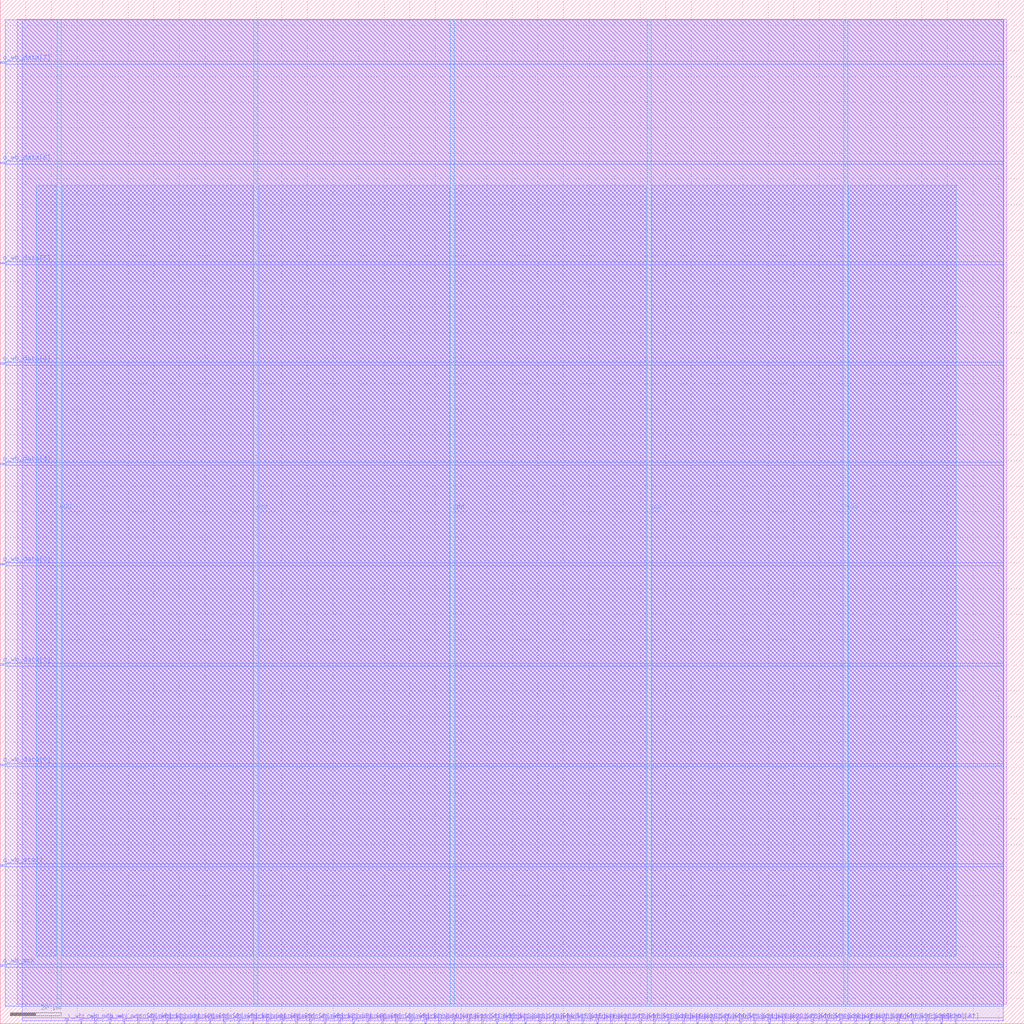
<source format=lef>
VERSION 5.7 ;
  NOWIREEXTENSIONATPIN ON ;
  DIVIDERCHAR "/" ;
  BUSBITCHARS "[]" ;
MACRO core_alu
  CLASS BLOCK ;
  FOREIGN core_alu ;
  ORIGIN 0.000 0.000 ;
  SIZE 400.000 BY 400.000 ;
  PIN clk
    DIRECTION INPUT ;
    USE SIGNAL ;
    ANTENNAGATEAREA 1.102000 ;
    ANTENNADIFFAREA 0.410400 ;
    PORT
      LAYER Metal2 ;
        RECT 367.360 0.000 367.920 2.000 ;
    END
  END clk
  PIN i_wb_addr[0]
    DIRECTION INPUT ;
    USE SIGNAL ;
    ANTENNAGATEAREA 0.741000 ;
    ANTENNADIFFAREA 0.410400 ;
    PORT
      LAYER Metal2 ;
        RECT 42.560 0.000 43.120 2.000 ;
    END
  END i_wb_addr[0]
  PIN i_wb_addr[10]
    DIRECTION INPUT ;
    USE SIGNAL ;
    ANTENNAGATEAREA 0.741000 ;
    ANTENNADIFFAREA 0.410400 ;
    PORT
      LAYER Metal2 ;
        RECT 154.560 0.000 155.120 2.000 ;
    END
  END i_wb_addr[10]
  PIN i_wb_addr[11]
    DIRECTION INPUT ;
    USE SIGNAL ;
    ANTENNAGATEAREA 0.741000 ;
    ANTENNADIFFAREA 0.410400 ;
    PORT
      LAYER Metal2 ;
        RECT 165.760 0.000 166.320 2.000 ;
    END
  END i_wb_addr[11]
  PIN i_wb_addr[12]
    DIRECTION INPUT ;
    USE SIGNAL ;
    ANTENNAGATEAREA 0.741000 ;
    ANTENNADIFFAREA 0.410400 ;
    PORT
      LAYER Metal2 ;
        RECT 176.960 0.000 177.520 2.000 ;
    END
  END i_wb_addr[12]
  PIN i_wb_addr[13]
    DIRECTION INPUT ;
    USE SIGNAL ;
    ANTENNAGATEAREA 0.741000 ;
    ANTENNADIFFAREA 0.410400 ;
    PORT
      LAYER Metal2 ;
        RECT 188.160 0.000 188.720 2.000 ;
    END
  END i_wb_addr[13]
  PIN i_wb_addr[14]
    DIRECTION INPUT ;
    USE SIGNAL ;
    ANTENNAGATEAREA 0.741000 ;
    ANTENNADIFFAREA 0.410400 ;
    PORT
      LAYER Metal2 ;
        RECT 199.360 0.000 199.920 2.000 ;
    END
  END i_wb_addr[14]
  PIN i_wb_addr[15]
    DIRECTION INPUT ;
    USE SIGNAL ;
    ANTENNAGATEAREA 0.741000 ;
    ANTENNADIFFAREA 0.410400 ;
    PORT
      LAYER Metal2 ;
        RECT 210.560 0.000 211.120 2.000 ;
    END
  END i_wb_addr[15]
  PIN i_wb_addr[16]
    DIRECTION INPUT ;
    USE SIGNAL ;
    ANTENNAGATEAREA 0.741000 ;
    ANTENNADIFFAREA 0.410400 ;
    PORT
      LAYER Metal2 ;
        RECT 221.760 0.000 222.320 2.000 ;
    END
  END i_wb_addr[16]
  PIN i_wb_addr[17]
    DIRECTION INPUT ;
    USE SIGNAL ;
    ANTENNAGATEAREA 0.741000 ;
    ANTENNADIFFAREA 0.410400 ;
    PORT
      LAYER Metal2 ;
        RECT 232.960 0.000 233.520 2.000 ;
    END
  END i_wb_addr[17]
  PIN i_wb_addr[18]
    DIRECTION INPUT ;
    USE SIGNAL ;
    ANTENNAGATEAREA 0.741000 ;
    ANTENNADIFFAREA 0.410400 ;
    PORT
      LAYER Metal2 ;
        RECT 244.160 0.000 244.720 2.000 ;
    END
  END i_wb_addr[18]
  PIN i_wb_addr[19]
    DIRECTION INPUT ;
    USE SIGNAL ;
    ANTENNAGATEAREA 0.741000 ;
    ANTENNADIFFAREA 0.410400 ;
    PORT
      LAYER Metal2 ;
        RECT 255.360 0.000 255.920 2.000 ;
    END
  END i_wb_addr[19]
  PIN i_wb_addr[1]
    DIRECTION INPUT ;
    USE SIGNAL ;
    ANTENNAGATEAREA 0.741000 ;
    ANTENNADIFFAREA 0.410400 ;
    PORT
      LAYER Metal2 ;
        RECT 53.760 0.000 54.320 2.000 ;
    END
  END i_wb_addr[1]
  PIN i_wb_addr[20]
    DIRECTION INPUT ;
    USE SIGNAL ;
    ANTENNAGATEAREA 0.741000 ;
    ANTENNADIFFAREA 0.410400 ;
    PORT
      LAYER Metal2 ;
        RECT 266.560 0.000 267.120 2.000 ;
    END
  END i_wb_addr[20]
  PIN i_wb_addr[21]
    DIRECTION INPUT ;
    USE SIGNAL ;
    ANTENNAGATEAREA 0.741000 ;
    ANTENNADIFFAREA 0.410400 ;
    PORT
      LAYER Metal2 ;
        RECT 277.760 0.000 278.320 2.000 ;
    END
  END i_wb_addr[21]
  PIN i_wb_addr[22]
    DIRECTION INPUT ;
    USE SIGNAL ;
    ANTENNAGATEAREA 0.741000 ;
    ANTENNADIFFAREA 0.410400 ;
    PORT
      LAYER Metal2 ;
        RECT 288.960 0.000 289.520 2.000 ;
    END
  END i_wb_addr[22]
  PIN i_wb_addr[23]
    DIRECTION INPUT ;
    USE SIGNAL ;
    ANTENNAGATEAREA 0.741000 ;
    ANTENNADIFFAREA 0.410400 ;
    PORT
      LAYER Metal2 ;
        RECT 300.160 0.000 300.720 2.000 ;
    END
  END i_wb_addr[23]
  PIN i_wb_addr[24]
    DIRECTION INPUT ;
    USE SIGNAL ;
    ANTENNAGATEAREA 0.741000 ;
    ANTENNADIFFAREA 0.410400 ;
    PORT
      LAYER Metal2 ;
        RECT 311.360 0.000 311.920 2.000 ;
    END
  END i_wb_addr[24]
  PIN i_wb_addr[25]
    DIRECTION INPUT ;
    USE SIGNAL ;
    ANTENNAGATEAREA 0.741000 ;
    ANTENNADIFFAREA 0.410400 ;
    PORT
      LAYER Metal2 ;
        RECT 322.560 0.000 323.120 2.000 ;
    END
  END i_wb_addr[25]
  PIN i_wb_addr[26]
    DIRECTION INPUT ;
    USE SIGNAL ;
    ANTENNAGATEAREA 0.741000 ;
    ANTENNADIFFAREA 0.410400 ;
    PORT
      LAYER Metal2 ;
        RECT 333.760 0.000 334.320 2.000 ;
    END
  END i_wb_addr[26]
  PIN i_wb_addr[27]
    DIRECTION INPUT ;
    USE SIGNAL ;
    ANTENNAGATEAREA 0.741000 ;
    ANTENNADIFFAREA 0.410400 ;
    PORT
      LAYER Metal2 ;
        RECT 339.360 0.000 339.920 2.000 ;
    END
  END i_wb_addr[27]
  PIN i_wb_addr[28]
    DIRECTION INPUT ;
    USE SIGNAL ;
    ANTENNAGATEAREA 0.741000 ;
    ANTENNADIFFAREA 0.410400 ;
    PORT
      LAYER Metal2 ;
        RECT 344.960 0.000 345.520 2.000 ;
    END
  END i_wb_addr[28]
  PIN i_wb_addr[29]
    DIRECTION INPUT ;
    USE SIGNAL ;
    ANTENNAGATEAREA 0.741000 ;
    ANTENNADIFFAREA 0.410400 ;
    PORT
      LAYER Metal2 ;
        RECT 350.560 0.000 351.120 2.000 ;
    END
  END i_wb_addr[29]
  PIN i_wb_addr[2]
    DIRECTION INPUT ;
    USE SIGNAL ;
    ANTENNAGATEAREA 0.741000 ;
    ANTENNADIFFAREA 0.410400 ;
    PORT
      LAYER Metal2 ;
        RECT 64.960 0.000 65.520 2.000 ;
    END
  END i_wb_addr[2]
  PIN i_wb_addr[30]
    DIRECTION INPUT ;
    USE SIGNAL ;
    ANTENNAGATEAREA 0.741000 ;
    ANTENNADIFFAREA 0.410400 ;
    PORT
      LAYER Metal2 ;
        RECT 356.160 0.000 356.720 2.000 ;
    END
  END i_wb_addr[30]
  PIN i_wb_addr[31]
    DIRECTION INPUT ;
    USE SIGNAL ;
    ANTENNAGATEAREA 0.741000 ;
    ANTENNADIFFAREA 0.410400 ;
    PORT
      LAYER Metal2 ;
        RECT 361.760 0.000 362.320 2.000 ;
    END
  END i_wb_addr[31]
  PIN i_wb_addr[3]
    DIRECTION INPUT ;
    USE SIGNAL ;
    ANTENNAGATEAREA 0.741000 ;
    ANTENNADIFFAREA 0.410400 ;
    PORT
      LAYER Metal2 ;
        RECT 76.160 0.000 76.720 2.000 ;
    END
  END i_wb_addr[3]
  PIN i_wb_addr[4]
    DIRECTION INPUT ;
    USE SIGNAL ;
    ANTENNAGATEAREA 0.741000 ;
    ANTENNADIFFAREA 0.410400 ;
    PORT
      LAYER Metal2 ;
        RECT 87.360 0.000 87.920 2.000 ;
    END
  END i_wb_addr[4]
  PIN i_wb_addr[5]
    DIRECTION INPUT ;
    USE SIGNAL ;
    ANTENNAGATEAREA 0.741000 ;
    ANTENNADIFFAREA 0.410400 ;
    PORT
      LAYER Metal2 ;
        RECT 98.560 0.000 99.120 2.000 ;
    END
  END i_wb_addr[5]
  PIN i_wb_addr[6]
    DIRECTION INPUT ;
    USE SIGNAL ;
    ANTENNAGATEAREA 0.741000 ;
    ANTENNADIFFAREA 0.410400 ;
    PORT
      LAYER Metal2 ;
        RECT 109.760 0.000 110.320 2.000 ;
    END
  END i_wb_addr[6]
  PIN i_wb_addr[7]
    DIRECTION INPUT ;
    USE SIGNAL ;
    ANTENNAGATEAREA 0.741000 ;
    ANTENNADIFFAREA 0.410400 ;
    PORT
      LAYER Metal2 ;
        RECT 120.960 0.000 121.520 2.000 ;
    END
  END i_wb_addr[7]
  PIN i_wb_addr[8]
    DIRECTION INPUT ;
    USE SIGNAL ;
    ANTENNAGATEAREA 0.741000 ;
    ANTENNADIFFAREA 0.410400 ;
    PORT
      LAYER Metal2 ;
        RECT 132.160 0.000 132.720 2.000 ;
    END
  END i_wb_addr[8]
  PIN i_wb_addr[9]
    DIRECTION INPUT ;
    USE SIGNAL ;
    ANTENNAGATEAREA 0.741000 ;
    ANTENNADIFFAREA 0.410400 ;
    PORT
      LAYER Metal2 ;
        RECT 143.360 0.000 143.920 2.000 ;
    END
  END i_wb_addr[9]
  PIN i_wb_cyc
    DIRECTION INPUT ;
    USE SIGNAL ;
    ANTENNAGATEAREA 0.498500 ;
    ANTENNADIFFAREA 0.410400 ;
    PORT
      LAYER Metal2 ;
        RECT 25.760 0.000 26.320 2.000 ;
    END
  END i_wb_cyc
  PIN i_wb_data[0]
    DIRECTION INPUT ;
    USE SIGNAL ;
    ANTENNAGATEAREA 0.741000 ;
    ANTENNADIFFAREA 0.410400 ;
    PORT
      LAYER Metal2 ;
        RECT 48.160 0.000 48.720 2.000 ;
    END
  END i_wb_data[0]
  PIN i_wb_data[10]
    DIRECTION INPUT ;
    USE SIGNAL ;
    ANTENNAGATEAREA 0.741000 ;
    ANTENNADIFFAREA 0.410400 ;
    PORT
      LAYER Metal2 ;
        RECT 160.160 0.000 160.720 2.000 ;
    END
  END i_wb_data[10]
  PIN i_wb_data[11]
    DIRECTION INPUT ;
    USE SIGNAL ;
    ANTENNAGATEAREA 0.741000 ;
    ANTENNADIFFAREA 0.410400 ;
    PORT
      LAYER Metal2 ;
        RECT 171.360 0.000 171.920 2.000 ;
    END
  END i_wb_data[11]
  PIN i_wb_data[12]
    DIRECTION INPUT ;
    USE SIGNAL ;
    ANTENNAGATEAREA 0.741000 ;
    ANTENNADIFFAREA 0.410400 ;
    PORT
      LAYER Metal2 ;
        RECT 182.560 0.000 183.120 2.000 ;
    END
  END i_wb_data[12]
  PIN i_wb_data[13]
    DIRECTION INPUT ;
    USE SIGNAL ;
    ANTENNAGATEAREA 0.741000 ;
    ANTENNADIFFAREA 0.410400 ;
    PORT
      LAYER Metal2 ;
        RECT 193.760 0.000 194.320 2.000 ;
    END
  END i_wb_data[13]
  PIN i_wb_data[14]
    DIRECTION INPUT ;
    USE SIGNAL ;
    ANTENNAGATEAREA 0.741000 ;
    ANTENNADIFFAREA 0.410400 ;
    PORT
      LAYER Metal2 ;
        RECT 204.960 0.000 205.520 2.000 ;
    END
  END i_wb_data[14]
  PIN i_wb_data[15]
    DIRECTION INPUT ;
    USE SIGNAL ;
    ANTENNAGATEAREA 0.741000 ;
    ANTENNADIFFAREA 0.410400 ;
    PORT
      LAYER Metal2 ;
        RECT 216.160 0.000 216.720 2.000 ;
    END
  END i_wb_data[15]
  PIN i_wb_data[16]
    DIRECTION INPUT ;
    USE SIGNAL ;
    ANTENNAGATEAREA 0.741000 ;
    ANTENNADIFFAREA 0.410400 ;
    PORT
      LAYER Metal2 ;
        RECT 227.360 0.000 227.920 2.000 ;
    END
  END i_wb_data[16]
  PIN i_wb_data[17]
    DIRECTION INPUT ;
    USE SIGNAL ;
    ANTENNAGATEAREA 0.741000 ;
    ANTENNADIFFAREA 0.410400 ;
    PORT
      LAYER Metal2 ;
        RECT 238.560 0.000 239.120 2.000 ;
    END
  END i_wb_data[17]
  PIN i_wb_data[18]
    DIRECTION INPUT ;
    USE SIGNAL ;
    ANTENNAGATEAREA 0.741000 ;
    ANTENNADIFFAREA 0.410400 ;
    PORT
      LAYER Metal2 ;
        RECT 249.760 0.000 250.320 2.000 ;
    END
  END i_wb_data[18]
  PIN i_wb_data[19]
    DIRECTION INPUT ;
    USE SIGNAL ;
    ANTENNAGATEAREA 0.741000 ;
    ANTENNADIFFAREA 0.410400 ;
    PORT
      LAYER Metal2 ;
        RECT 260.960 0.000 261.520 2.000 ;
    END
  END i_wb_data[19]
  PIN i_wb_data[1]
    DIRECTION INPUT ;
    USE SIGNAL ;
    ANTENNAGATEAREA 0.741000 ;
    ANTENNADIFFAREA 0.410400 ;
    PORT
      LAYER Metal2 ;
        RECT 59.360 0.000 59.920 2.000 ;
    END
  END i_wb_data[1]
  PIN i_wb_data[20]
    DIRECTION INPUT ;
    USE SIGNAL ;
    ANTENNAGATEAREA 0.741000 ;
    ANTENNADIFFAREA 0.410400 ;
    PORT
      LAYER Metal2 ;
        RECT 272.160 0.000 272.720 2.000 ;
    END
  END i_wb_data[20]
  PIN i_wb_data[21]
    DIRECTION INPUT ;
    USE SIGNAL ;
    ANTENNAGATEAREA 0.741000 ;
    ANTENNADIFFAREA 0.410400 ;
    PORT
      LAYER Metal2 ;
        RECT 283.360 0.000 283.920 2.000 ;
    END
  END i_wb_data[21]
  PIN i_wb_data[22]
    DIRECTION INPUT ;
    USE SIGNAL ;
    ANTENNAGATEAREA 0.741000 ;
    ANTENNADIFFAREA 0.410400 ;
    PORT
      LAYER Metal2 ;
        RECT 294.560 0.000 295.120 2.000 ;
    END
  END i_wb_data[22]
  PIN i_wb_data[23]
    DIRECTION INPUT ;
    USE SIGNAL ;
    ANTENNAGATEAREA 0.741000 ;
    ANTENNADIFFAREA 0.410400 ;
    PORT
      LAYER Metal2 ;
        RECT 305.760 0.000 306.320 2.000 ;
    END
  END i_wb_data[23]
  PIN i_wb_data[24]
    DIRECTION INPUT ;
    USE SIGNAL ;
    ANTENNAGATEAREA 0.741000 ;
    ANTENNADIFFAREA 0.410400 ;
    PORT
      LAYER Metal2 ;
        RECT 316.960 0.000 317.520 2.000 ;
    END
  END i_wb_data[24]
  PIN i_wb_data[25]
    DIRECTION INPUT ;
    USE SIGNAL ;
    ANTENNAGATEAREA 0.741000 ;
    ANTENNADIFFAREA 0.410400 ;
    PORT
      LAYER Metal2 ;
        RECT 328.160 0.000 328.720 2.000 ;
    END
  END i_wb_data[25]
  PIN i_wb_data[2]
    DIRECTION INPUT ;
    USE SIGNAL ;
    ANTENNAGATEAREA 0.741000 ;
    ANTENNADIFFAREA 0.410400 ;
    PORT
      LAYER Metal2 ;
        RECT 70.560 0.000 71.120 2.000 ;
    END
  END i_wb_data[2]
  PIN i_wb_data[3]
    DIRECTION INPUT ;
    USE SIGNAL ;
    ANTENNAGATEAREA 0.741000 ;
    ANTENNADIFFAREA 0.410400 ;
    PORT
      LAYER Metal2 ;
        RECT 81.760 0.000 82.320 2.000 ;
    END
  END i_wb_data[3]
  PIN i_wb_data[4]
    DIRECTION INPUT ;
    USE SIGNAL ;
    ANTENNAGATEAREA 0.741000 ;
    ANTENNADIFFAREA 0.410400 ;
    PORT
      LAYER Metal2 ;
        RECT 92.960 0.000 93.520 2.000 ;
    END
  END i_wb_data[4]
  PIN i_wb_data[5]
    DIRECTION INPUT ;
    USE SIGNAL ;
    ANTENNAGATEAREA 0.741000 ;
    ANTENNADIFFAREA 0.410400 ;
    PORT
      LAYER Metal2 ;
        RECT 104.160 0.000 104.720 2.000 ;
    END
  END i_wb_data[5]
  PIN i_wb_data[6]
    DIRECTION INPUT ;
    USE SIGNAL ;
    ANTENNAGATEAREA 0.741000 ;
    ANTENNADIFFAREA 0.410400 ;
    PORT
      LAYER Metal2 ;
        RECT 115.360 0.000 115.920 2.000 ;
    END
  END i_wb_data[6]
  PIN i_wb_data[7]
    DIRECTION INPUT ;
    USE SIGNAL ;
    ANTENNAGATEAREA 0.741000 ;
    ANTENNADIFFAREA 0.410400 ;
    PORT
      LAYER Metal2 ;
        RECT 126.560 0.000 127.120 2.000 ;
    END
  END i_wb_data[7]
  PIN i_wb_data[8]
    DIRECTION INPUT ;
    USE SIGNAL ;
    ANTENNAGATEAREA 0.741000 ;
    ANTENNADIFFAREA 0.410400 ;
    PORT
      LAYER Metal2 ;
        RECT 137.760 0.000 138.320 2.000 ;
    END
  END i_wb_data[8]
  PIN i_wb_data[9]
    DIRECTION INPUT ;
    USE SIGNAL ;
    ANTENNAGATEAREA 0.741000 ;
    ANTENNADIFFAREA 0.410400 ;
    PORT
      LAYER Metal2 ;
        RECT 148.960 0.000 149.520 2.000 ;
    END
  END i_wb_data[9]
  PIN i_wb_stb
    DIRECTION INPUT ;
    USE SIGNAL ;
    ANTENNAGATEAREA 0.726000 ;
    ANTENNADIFFAREA 0.410400 ;
    PORT
      LAYER Metal2 ;
        RECT 31.360 0.000 31.920 2.000 ;
    END
  END i_wb_stb
  PIN i_wb_we
    DIRECTION INPUT ;
    USE SIGNAL ;
    ANTENNAGATEAREA 0.741000 ;
    ANTENNADIFFAREA 0.410400 ;
    PORT
      LAYER Metal2 ;
        RECT 36.960 0.000 37.520 2.000 ;
    END
  END i_wb_we
  PIN o_wb_ack
    DIRECTION OUTPUT TRISTATE ;
    USE SIGNAL ;
    ANTENNADIFFAREA 1.060800 ;
    PORT
      LAYER Metal3 ;
        RECT 0.000 22.400 2.000 22.960 ;
    END
  END o_wb_ack
  PIN o_wb_data[0]
    DIRECTION OUTPUT TRISTATE ;
    USE SIGNAL ;
    ANTENNAGATEAREA 1.057000 ;
    ANTENNADIFFAREA 2.604400 ;
    PORT
      LAYER Metal3 ;
        RECT 0.000 100.800 2.000 101.360 ;
    END
  END o_wb_data[0]
  PIN o_wb_data[1]
    DIRECTION OUTPUT TRISTATE ;
    USE SIGNAL ;
    ANTENNAGATEAREA 1.057000 ;
    ANTENNADIFFAREA 2.604400 ;
    PORT
      LAYER Metal3 ;
        RECT 0.000 140.000 2.000 140.560 ;
    END
  END o_wb_data[1]
  PIN o_wb_data[2]
    DIRECTION OUTPUT TRISTATE ;
    USE SIGNAL ;
    ANTENNAGATEAREA 1.057000 ;
    ANTENNADIFFAREA 2.604400 ;
    PORT
      LAYER Metal3 ;
        RECT 0.000 179.200 2.000 179.760 ;
    END
  END o_wb_data[2]
  PIN o_wb_data[3]
    DIRECTION OUTPUT TRISTATE ;
    USE SIGNAL ;
    ANTENNAGATEAREA 1.057000 ;
    ANTENNADIFFAREA 2.604400 ;
    PORT
      LAYER Metal3 ;
        RECT 0.000 218.400 2.000 218.960 ;
    END
  END o_wb_data[3]
  PIN o_wb_data[4]
    DIRECTION OUTPUT TRISTATE ;
    USE SIGNAL ;
    ANTENNAGATEAREA 1.057000 ;
    ANTENNADIFFAREA 2.604400 ;
    PORT
      LAYER Metal3 ;
        RECT 0.000 257.600 2.000 258.160 ;
    END
  END o_wb_data[4]
  PIN o_wb_data[5]
    DIRECTION OUTPUT TRISTATE ;
    USE SIGNAL ;
    ANTENNAGATEAREA 1.057000 ;
    ANTENNADIFFAREA 2.604400 ;
    PORT
      LAYER Metal3 ;
        RECT 0.000 296.800 2.000 297.360 ;
    END
  END o_wb_data[5]
  PIN o_wb_data[6]
    DIRECTION OUTPUT TRISTATE ;
    USE SIGNAL ;
    ANTENNAGATEAREA 1.057000 ;
    ANTENNADIFFAREA 2.604400 ;
    PORT
      LAYER Metal3 ;
        RECT 0.000 336.000 2.000 336.560 ;
    END
  END o_wb_data[6]
  PIN o_wb_data[7]
    DIRECTION OUTPUT TRISTATE ;
    USE SIGNAL ;
    ANTENNAGATEAREA 1.057000 ;
    ANTENNADIFFAREA 2.604400 ;
    PORT
      LAYER Metal3 ;
        RECT 0.000 375.200 2.000 375.760 ;
    END
  END o_wb_data[7]
  PIN o_wb_stall
    DIRECTION OUTPUT TRISTATE ;
    USE SIGNAL ;
    ANTENNADIFFAREA 0.360800 ;
    PORT
      LAYER Metal3 ;
        RECT 0.000 61.600 2.000 62.160 ;
    END
  END o_wb_stall
  PIN reset
    DIRECTION INPUT ;
    USE SIGNAL ;
    ANTENNAGATEAREA 1.102000 ;
    ANTENNADIFFAREA 0.410400 ;
    PORT
      LAYER Metal2 ;
        RECT 372.960 0.000 373.520 2.000 ;
    END
  END reset
  PIN vdd
    DIRECTION INOUT ;
    USE POWER ;
    PORT
      LAYER Metal4 ;
        RECT 22.240 7.540 23.840 392.300 ;
    END
    PORT
      LAYER Metal4 ;
        RECT 175.840 7.540 177.440 392.300 ;
    END
    PORT
      LAYER Metal4 ;
        RECT 329.440 7.540 331.040 392.300 ;
    END
  END vdd
  PIN vss
    DIRECTION INOUT ;
    USE GROUND ;
    PORT
      LAYER Metal4 ;
        RECT 99.040 7.540 100.640 392.300 ;
    END
    PORT
      LAYER Metal4 ;
        RECT 252.640 7.540 254.240 392.300 ;
    END
  END vss
  OBS
      LAYER Metal1 ;
        RECT 6.720 7.540 393.120 392.300 ;
      LAYER Metal2 ;
        RECT 8.540 2.300 391.860 392.190 ;
        RECT 8.540 1.260 25.460 2.300 ;
        RECT 26.620 1.260 31.060 2.300 ;
        RECT 32.220 1.260 36.660 2.300 ;
        RECT 37.820 1.260 42.260 2.300 ;
        RECT 43.420 1.260 47.860 2.300 ;
        RECT 49.020 1.260 53.460 2.300 ;
        RECT 54.620 1.260 59.060 2.300 ;
        RECT 60.220 1.260 64.660 2.300 ;
        RECT 65.820 1.260 70.260 2.300 ;
        RECT 71.420 1.260 75.860 2.300 ;
        RECT 77.020 1.260 81.460 2.300 ;
        RECT 82.620 1.260 87.060 2.300 ;
        RECT 88.220 1.260 92.660 2.300 ;
        RECT 93.820 1.260 98.260 2.300 ;
        RECT 99.420 1.260 103.860 2.300 ;
        RECT 105.020 1.260 109.460 2.300 ;
        RECT 110.620 1.260 115.060 2.300 ;
        RECT 116.220 1.260 120.660 2.300 ;
        RECT 121.820 1.260 126.260 2.300 ;
        RECT 127.420 1.260 131.860 2.300 ;
        RECT 133.020 1.260 137.460 2.300 ;
        RECT 138.620 1.260 143.060 2.300 ;
        RECT 144.220 1.260 148.660 2.300 ;
        RECT 149.820 1.260 154.260 2.300 ;
        RECT 155.420 1.260 159.860 2.300 ;
        RECT 161.020 1.260 165.460 2.300 ;
        RECT 166.620 1.260 171.060 2.300 ;
        RECT 172.220 1.260 176.660 2.300 ;
        RECT 177.820 1.260 182.260 2.300 ;
        RECT 183.420 1.260 187.860 2.300 ;
        RECT 189.020 1.260 193.460 2.300 ;
        RECT 194.620 1.260 199.060 2.300 ;
        RECT 200.220 1.260 204.660 2.300 ;
        RECT 205.820 1.260 210.260 2.300 ;
        RECT 211.420 1.260 215.860 2.300 ;
        RECT 217.020 1.260 221.460 2.300 ;
        RECT 222.620 1.260 227.060 2.300 ;
        RECT 228.220 1.260 232.660 2.300 ;
        RECT 233.820 1.260 238.260 2.300 ;
        RECT 239.420 1.260 243.860 2.300 ;
        RECT 245.020 1.260 249.460 2.300 ;
        RECT 250.620 1.260 255.060 2.300 ;
        RECT 256.220 1.260 260.660 2.300 ;
        RECT 261.820 1.260 266.260 2.300 ;
        RECT 267.420 1.260 271.860 2.300 ;
        RECT 273.020 1.260 277.460 2.300 ;
        RECT 278.620 1.260 283.060 2.300 ;
        RECT 284.220 1.260 288.660 2.300 ;
        RECT 289.820 1.260 294.260 2.300 ;
        RECT 295.420 1.260 299.860 2.300 ;
        RECT 301.020 1.260 305.460 2.300 ;
        RECT 306.620 1.260 311.060 2.300 ;
        RECT 312.220 1.260 316.660 2.300 ;
        RECT 317.820 1.260 322.260 2.300 ;
        RECT 323.420 1.260 327.860 2.300 ;
        RECT 329.020 1.260 333.460 2.300 ;
        RECT 334.620 1.260 339.060 2.300 ;
        RECT 340.220 1.260 344.660 2.300 ;
        RECT 345.820 1.260 350.260 2.300 ;
        RECT 351.420 1.260 355.860 2.300 ;
        RECT 357.020 1.260 361.460 2.300 ;
        RECT 362.620 1.260 367.060 2.300 ;
        RECT 368.220 1.260 372.660 2.300 ;
        RECT 373.820 1.260 391.860 2.300 ;
      LAYER Metal3 ;
        RECT 2.000 376.060 391.910 392.140 ;
        RECT 2.300 374.900 391.910 376.060 ;
        RECT 2.000 336.860 391.910 374.900 ;
        RECT 2.300 335.700 391.910 336.860 ;
        RECT 2.000 297.660 391.910 335.700 ;
        RECT 2.300 296.500 391.910 297.660 ;
        RECT 2.000 258.460 391.910 296.500 ;
        RECT 2.300 257.300 391.910 258.460 ;
        RECT 2.000 219.260 391.910 257.300 ;
        RECT 2.300 218.100 391.910 219.260 ;
        RECT 2.000 180.060 391.910 218.100 ;
        RECT 2.300 178.900 391.910 180.060 ;
        RECT 2.000 140.860 391.910 178.900 ;
        RECT 2.300 139.700 391.910 140.860 ;
        RECT 2.000 101.660 391.910 139.700 ;
        RECT 2.300 100.500 391.910 101.660 ;
        RECT 2.000 62.460 391.910 100.500 ;
        RECT 2.300 61.300 391.910 62.460 ;
        RECT 2.000 23.260 391.910 61.300 ;
        RECT 2.300 22.100 391.910 23.260 ;
        RECT 2.000 6.860 391.910 22.100 ;
      LAYER Metal4 ;
        RECT 14.140 26.410 21.940 327.510 ;
        RECT 24.140 26.410 98.740 327.510 ;
        RECT 100.940 26.410 175.540 327.510 ;
        RECT 177.740 26.410 252.340 327.510 ;
        RECT 254.540 26.410 329.140 327.510 ;
        RECT 331.340 26.410 373.380 327.510 ;
  END
END core_alu
END LIBRARY


</source>
